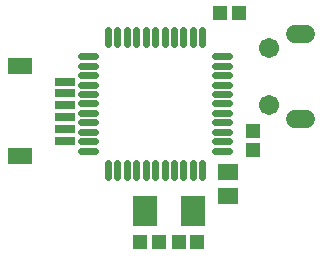
<source format=gbs>
G04 ---------------------------- Layer name :BOTTOM SOLDER LAYER*
G04 EasyEDA v5.6.15, Thu, 26 Jul 2018 23:14:09 GMT*
G04 c86fb450fb884ade9fd06fb8d4d9ff78*
G04 Gerber Generator version 0.2*
G04 Scale: 100 percent, Rotated: No, Reflected: No *
G04 Dimensions in inches *
G04 leading zeros omitted , absolute positions ,2 integer and 4 decimal *
%FSLAX24Y24*%
%MOIN*%
G90*
G70D02*

%ADD34C,0.024535*%
%ADD35R,0.082803X0.102488*%
%ADD36R,0.067055X0.031600*%
%ADD37R,0.078866X0.055200*%
%ADD48C,0.059181*%
%ADD49C,0.067055*%
%ADD50R,0.047370X0.051307*%
%ADD51R,0.065870X0.053670*%
%ADD52R,0.051307X0.047370*%

%LPD*%
G54D48*
G01X9607Y8039D02*
G01X9962Y8039D01*
G01X9607Y5189D02*
G01X9962Y5189D01*
G54D34*
G01X7391Y7284D02*
G01X6926Y7284D01*
G01X7391Y6969D02*
G01X6926Y6969D01*
G01X7391Y6654D02*
G01X6926Y6654D01*
G01X7391Y6339D02*
G01X6926Y6339D01*
G01X7391Y6024D02*
G01X6926Y6024D01*
G01X7391Y5709D02*
G01X6926Y5709D01*
G01X7391Y5394D02*
G01X6926Y5394D01*
G01X7391Y5079D02*
G01X6926Y5079D01*
G01X7391Y4764D02*
G01X6926Y4764D01*
G01X7391Y4449D02*
G01X6926Y4449D01*
G01X7391Y4134D02*
G01X6926Y4134D01*
G01X6509Y3252D02*
G01X6509Y3717D01*
G01X6194Y3252D02*
G01X6194Y3717D01*
G01X5879Y3252D02*
G01X5879Y3717D01*
G01X5564Y3252D02*
G01X5564Y3717D01*
G01X5249Y3252D02*
G01X5249Y3717D01*
G01X4934Y3252D02*
G01X4934Y3717D01*
G01X4619Y3252D02*
G01X4619Y3717D01*
G01X4304Y3252D02*
G01X4304Y3717D01*
G01X3989Y3252D02*
G01X3989Y3717D01*
G01X3674Y3252D02*
G01X3674Y3717D01*
G01X3359Y3252D02*
G01X3359Y3717D01*
G01X2942Y4134D02*
G01X2477Y4134D01*
G01X2942Y4449D02*
G01X2477Y4449D01*
G01X2942Y4764D02*
G01X2477Y4764D01*
G01X2942Y5079D02*
G01X2477Y5079D01*
G01X2942Y5394D02*
G01X2477Y5394D01*
G01X2942Y5709D02*
G01X2477Y5709D01*
G01X2942Y6024D02*
G01X2477Y6024D01*
G01X2942Y6339D02*
G01X2477Y6339D01*
G01X2942Y6654D02*
G01X2477Y6654D01*
G01X2942Y6969D02*
G01X2477Y6969D01*
G01X2942Y7284D02*
G01X2477Y7284D01*
G01X3359Y7701D02*
G01X3359Y8165D01*
G01X3674Y7701D02*
G01X3674Y8165D01*
G01X3989Y7701D02*
G01X3989Y8165D01*
G01X4304Y7701D02*
G01X4304Y8165D01*
G01X4619Y7701D02*
G01X4619Y8165D01*
G01X4934Y7701D02*
G01X4934Y8165D01*
G01X5249Y7701D02*
G01X5249Y8165D01*
G01X5564Y7701D02*
G01X5564Y8165D01*
G01X5879Y7701D02*
G01X5879Y8165D01*
G01X6194Y7701D02*
G01X6194Y8165D01*
G01X6509Y7701D02*
G01X6509Y8165D01*
G54D49*
G01X8722Y5665D03*
G01X8722Y7571D03*
G54D50*
G01X5053Y1083D03*
G01X4423Y1083D03*
G01X5715Y1084D03*
G01X6345Y1084D03*
G54D35*
G01X6209Y2134D03*
G01X4595Y2134D03*
G54D36*
G01X1928Y6436D03*
G54D37*
G01X413Y6948D03*
G01X413Y3955D03*
G54D36*
G01X1928Y6042D03*
G01X1928Y5648D03*
G01X1928Y5255D03*
G01X1928Y4467D03*
G01X1928Y4861D03*
G54D51*
G01X7359Y3434D03*
G01X7359Y2634D03*
G54D50*
G01X7732Y8713D03*
G01X7103Y8713D03*
G54D52*
G01X8209Y4778D03*
G01X8209Y4148D03*
M00*
M02*

</source>
